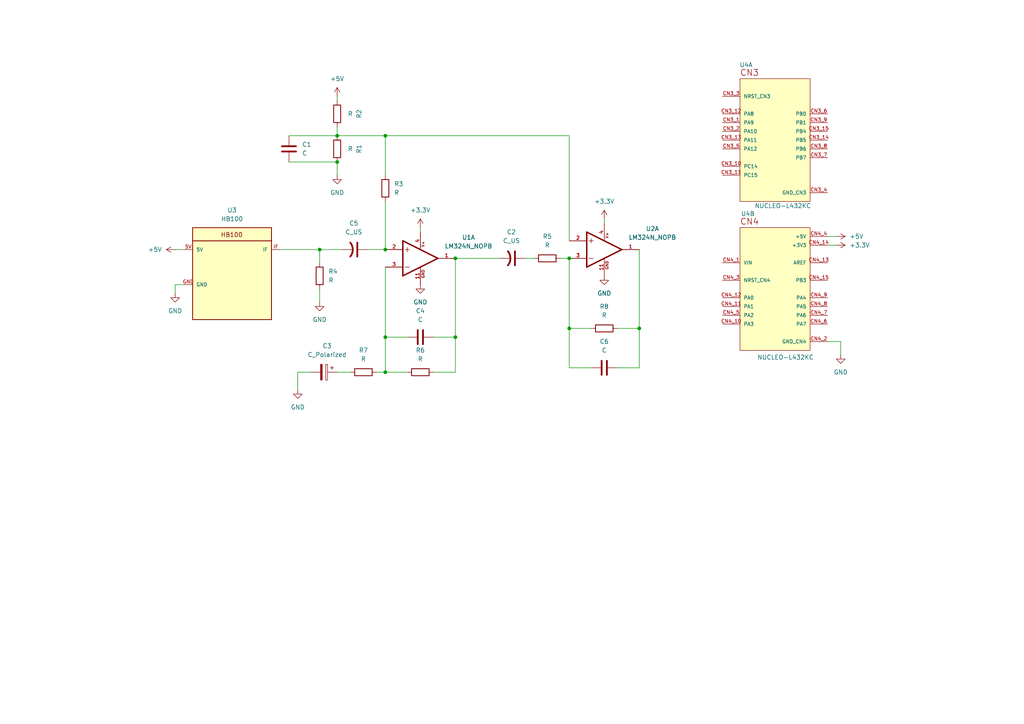
<source format=kicad_sch>
(kicad_sch (version 20250114) (generator "eeschema") (generator_version "9.0")
  (paper "A4")
  (title_block (title "Radar") (date "27.10.2025") (company "Mateusz Witczak"))
  (lib_symbols
    (symbol "Device:C" (pin_numbers (hide yes)) (pin_names (offset 0.254))
      (property "Reference" "C" (at 0.635 2.54 0))
      (property "Value" "C" (at 0.635 -2.54 0))
      (symbol "C_0_1"
        (polyline (pts (xy -2.032 0.762) (xy 2.032 0.762)) (stroke (width 0.508)))
        (polyline (pts (xy -2.032 -0.762) (xy 2.032 -0.762)) (stroke (width 0.508)))
      )
      (symbol "C_1_1"
        (pin passive line (at 0 3.81 270) (length 2.794) (name "~") (number "1"))
        (pin passive line (at 0 -3.81 90) (length 2.794) (name "~") (number "2"))
      )
    )
    (symbol "Device:C_Polarized" (pin_numbers (hide yes)) (pin_names (offset 0.254))
      (property "Reference" "C" (at 0.635 2.54 0))
      (property "Value" "C_Polarized" (at 0.635 -2.54 0))
      (symbol "C_Polarized_0_1"
        (rectangle (start -2.286 0.508) (end 2.286 1.016))
        (polyline (pts (xy -1.778 2.286) (xy -0.762 2.286)))
        (polyline (pts (xy -1.27 2.794) (xy -1.27 1.778)))
        (rectangle (start 2.286 -0.508) (end -2.286 -1.016) (fill (type outline)))
      )
      (symbol "C_Polarized_1_1"
        (pin passive line (at 0 3.81 270) (length 2.794) (name "~") (number "1"))
        (pin passive line (at 0 -3.81 90) (length 2.794) (name "~") (number "2"))
      )
    )
    (symbol "Device:C_US" (pin_numbers (hide yes)) (pin_names (offset 0.254) (hide yes))
      (property "Reference" "C" (at 0.635 2.54 0))
      (property "Value" "C_US" (at 0.635 -2.54 0))
      (symbol "C_US_0_1"
        (polyline (pts (xy -2.032 0.762) (xy 2.032 0.762)) (stroke (width 0.508)))
        (arc (start -2.032 -1.27) (mid 0 -0.5572) (end 2.032 -1.27) (stroke (width 0.508)))
      )
      (symbol "C_US_1_1"
        (pin passive line (at 0 3.81 270) (length 2.794) (name "~") (number "1"))
        (pin passive line (at 0 -3.81 90) (length 3.302) (name "~") (number "2"))
      )
    )
    (symbol "Device:R" (pin_numbers (hide yes)) (pin_names (offset 0))
      (property "Reference" "R" (at 2.032 0 90))
      (property "Value" "R" (at 0 0 90))
      (symbol "R_0_1"
        (rectangle (start -1.016 -2.54) (end 1.016 2.54) (stroke (width 0.254)))
      )
      (symbol "R_1_1"
        (pin passive line (at 0 3.81 270) (length 1.27) (name "~") (number "1"))
        (pin passive line (at 0 -3.81 90) (length 1.27) (name "~") (number "2"))
      )
    )
    (symbol "HB100:HB100" (pin_names (offset 1.016))
      (property "Reference" "U3" (at 1.27 19.05 0))
      (property "Value" "HB100" (at 1.27 16.51 0))
      (symbol "HB100_0_0"
        (polyline (pts (xy -10.16 10.16) (xy 12.7 10.16)) (stroke (width 0.254)))
        (rectangle (start -10.16 -12.7) (end 12.7 13.97) (stroke (width 0.254)) (fill (type background)))
      )
      (symbol "HB100_1_0"
        (pin bidirectional line (at -12.7 7.62 0) (length 2.54) (name "5V") (number "5V"))
        (pin bidirectional line (at -12.7 -2.54 0) (length 2.54) (name "GND") (number "GND"))
        (pin bidirectional line (at 15.24 7.62 180) (length 2.54) (name "IF") (number "IF"))
      )
      (symbol "HB100_1_1"
        (text "HB100" (at -2.032 11.176 0) (effects (font (size 1.27 1.27)) (justify left bottom)))
      )
    )
    (symbol "LM324:LM324N_NOPB" (pin_names (offset 1.016))
      (property "Reference" "U1" (at 13.97 6.0708 0))
      (property "Value" "LM324N_NOPB" (at 13.97 3.5308 0))
      (symbol "LM324N_NOPB_1_0"
        (polyline (pts (xy -5.08 5.08) (xy -5.08 -5.08)) (stroke (width 0.4064)))
        (polyline (pts (xy -5.08 -5.08) (xy 5.08 0)) (stroke (width 0.4064)))
        (polyline (pts (xy -4.445 2.54) (xy -3.175 2.54)) (stroke (width 0.1524)))
        (polyline (pts (xy -4.445 -2.54) (xy -3.175 -2.54)) (stroke (width 0.1524)))
        (polyline (pts (xy -3.81 3.175) (xy -3.81 1.905)) (stroke (width 0.1524)))
        (polyline (pts (xy 5.08 0) (xy -5.08 5.08)) (stroke (width 0.4064)))
        (text "V+" (at 1.27 3.175 900) (effects (font (size 0.8128 0.8128)) (justify left bottom)))
        (text "GND" (at 1.27 -3.175 900) (effects (font (size 0.8128 0.8128)) (justify right bottom)))
        (pin input line (at -10.16 2.54 0) (length 5.08) (name "~") (number "2"))
        (pin input line (at -10.16 -2.54 0) (length 5.08) (name "~") (number "3"))
        (pin power_in line (at 0 7.62 270) (length 5.08) (name "~") (number "4"))
        (pin power_in line (at 0 -7.62 90) (length 5.08) (name "~") (number "11"))
        (pin output line (at 10.16 0 180) (length 5.08) (name "~") (number "1"))
      )
      (symbol "LM324N_NOPB_2_0"
        (polyline (pts (xy -5.08 5.08) (xy -5.08 -5.08)) (stroke (width 0.4064)))
        (polyline (pts (xy -5.08 -5.08) (xy 5.08 0)) (stroke (width 0.4064)))
        (polyline (pts (xy -4.445 2.54) (xy -3.175 2.54)) (stroke (width 0.1524)))
        (polyline (pts (xy -4.445 -2.54) (xy -3.175 -2.54)) (stroke (width 0.1524)))
        (polyline (pts (xy -3.81 -1.905) (xy -3.81 -3.175)) (stroke (width 0.1524)))
        (polyline (pts (xy 5.08 0) (xy -5.08 5.08)) (stroke (width 0.4064)))
        (pin input line (at -10.16 2.54 0) (length 5.08) (name "~") (number "6"))
        (pin input line (at -10.16 -2.54 0) (length 5.08) (name "~") (number "5"))
        (pin output line (at 10.16 0 180) (length 5.08) (name "~") (number "7"))
      )
      (symbol "LM324N_NOPB_3_0"
        (polyline (pts (xy -5.08 5.08) (xy -5.08 -5.08)) (stroke (width 0.4064)))
        (polyline (pts (xy -5.08 -5.08) (xy 5.08 0)) (stroke (width 0.4064)))
        (polyline (pts (xy -4.445 2.54) (xy -3.175 2.54)) (stroke (width 0.1524)))
        (polyline (pts (xy -4.445 -2.54) (xy -3.175 -2.54)) (stroke (width 0.1524)))
        (polyline (pts (xy -3.81 -1.905) (xy -3.81 -3.175)) (stroke (width 0.1524)))
        (polyline (pts (xy 5.08 0) (xy -5.08 5.08)) (stroke (width 0.4064)))
        (pin input line (at -10.16 2.54 0) (length 5.08) (name "~") (number "9"))
        (pin input line (at -10.16 -2.54 0) (length 5.08) (name "~") (number "10"))
        (pin output line (at 10.16 0 180) (length 5.08) (name "~") (number "8"))
      )
      (symbol "LM324N_NOPB_4_0"
        (polyline (pts (xy -5.08 5.08) (xy -5.08 -5.08)) (stroke (width 0.4064)))
        (polyline (pts (xy -5.08 -5.08) (xy 5.08 0)) (stroke (width 0.4064)))
        (polyline (pts (xy -4.445 2.54) (xy -3.175 2.54)) (stroke (width 0.1524)))
        (polyline (pts (xy -4.445 -2.54) (xy -3.175 -2.54)) (stroke (width 0.1524)))
        (polyline (pts (xy -3.81 -1.905) (xy -3.81 -3.175)) (stroke (width 0.1524)))
        (polyline (pts (xy 5.08 0) (xy -5.08 5.08)) (stroke (width 0.4064)))
        (pin input line (at -10.16 2.54 0) (length 5.08) (name "~") (number "13"))
        (pin input line (at -10.16 -2.54 0) (length 5.08) (name "~") (number "12"))
        (pin output line (at 10.16 0 180) (length 5.08) (name "~") (number "14"))
      )
    )
    (symbol "NUCLEO-L432KC:NUCLEO-L432KC" (pin_names (offset 1.016))
      (property "Reference" "U" (at -10.16 21.082 0))
      (property "Value" "NUCLEO-L432KC" (at -10.16 -20.32 0))
      (symbol "NUCLEO-L432KC_1_0"
        (rectangle (start -10.16 -17.78) (end 10.16 17.78) (stroke (width 0.1524)) (fill (type background)))
        (text "CN3" (at -10.16 18.542 0) (effects (font (size 1.778 1.778)) (justify left bottom)))
        (pin bidirectional line (at -15.24 12.7 0) (length 5.08) (name "NRST_CN3") (number "CN3_3"))
        (pin bidirectional line (at -15.24 7.62 0) (length 5.08) (name "PA8") (number "CN3_12"))
        (pin bidirectional line (at -15.24 5.08 0) (length 5.08) (name "PA9") (number "CN3_1"))
        (pin bidirectional line (at -15.24 2.54 0) (length 5.08) (name "PA10") (number "CN3_2"))
        (pin bidirectional line (at -15.24 0 0) (length 5.08) (name "PA11") (number "CN3_13"))
        (pin bidirectional line (at -15.24 -2.54 0) (length 5.08) (name "PA12") (number "CN3_5"))
        (pin bidirectional line (at -15.24 -7.62 0) (length 5.08) (name "PC14") (number "CN3_10"))
        (pin bidirectional line (at -15.24 -10.16 0) (length 5.08) (name "PC15") (number "CN3_11"))
        (pin bidirectional line (at 15.24 7.62 180) (length 5.08) (name "PB0") (number "CN3_6"))
        (pin bidirectional line (at 15.24 5.08 180) (length 5.08) (name "PB1") (number "CN3_9"))
        (pin bidirectional line (at 15.24 2.54 180) (length 5.08) (name "PB4") (number "CN3_15"))
        (pin bidirectional line (at 15.24 0 180) (length 5.08) (name "PB5") (number "CN3_14"))
        (pin bidirectional line (at 15.24 -2.54 180) (length 5.08) (name "PB6") (number "CN3_8"))
        (pin bidirectional line (at 15.24 -5.08 180) (length 5.08) (name "PB7") (number "CN3_7"))
        (pin power_in line (at 15.24 -15.24 180) (length 5.08) (name "GND_CN3") (number "CN3_4"))
      )
      (symbol "NUCLEO-L432KC_2_0"
        (rectangle (start -10.16 -17.78) (end 10.16 17.78) (stroke (width 0.1524)) (fill (type background)))
        (text "CN4" (at -10.16 18.542 0) (effects (font (size 1.778 1.778)) (justify left bottom)))
        (pin input line (at -15.24 7.62 0) (length 5.08) (name "VIN") (number "CN4_1"))
        (pin bidirectional line (at -15.24 2.54 0) (length 5.08) (name "NRST_CN4") (number "CN4_3"))
        (pin bidirectional line (at -15.24 -2.54 0) (length 5.08) (name "PA0") (number "CN4_12"))
        (pin bidirectional line (at -15.24 -5.08 0) (length 5.08) (name "PA1") (number "CN4_11"))
        (pin bidirectional line (at -15.24 -7.62 0) (length 5.08) (name "PA2") (number "CN4_5"))
        (pin bidirectional line (at -15.24 -10.16 0) (length 5.08) (name "PA3") (number "CN4_10"))
        (pin power_in line (at 15.24 15.24 180) (length 5.08) (name "+5V") (number "CN4_4"))
        (pin power_in line (at 15.24 12.7 180) (length 5.08) (name "+3V3") (number "CN4_14"))
        (pin bidirectional line (at 15.24 7.62 180) (length 5.08) (name "AREF") (number "CN4_13"))
        (pin bidirectional line (at 15.24 2.54 180) (length 5.08) (name "PB3") (number "CN4_15"))
        (pin bidirectional line (at 15.24 -2.54 180) (length 5.08) (name "PA4") (number "CN4_9"))
        (pin bidirectional line (at 15.24 -5.08 180) (length 5.08) (name "PA5") (number "CN4_8"))
        (pin bidirectional line (at 15.24 -7.62 180) (length 5.08) (name "PA6") (number "CN4_7"))
        (pin bidirectional line (at 15.24 -10.16 180) (length 5.08) (name "PA7") (number "CN4_6"))
        (pin power_in line (at 15.24 -15.24 180) (length 5.08) (name "GND_CN4") (number "CN4_2"))
      )
    )
    (symbol "power:+3.3V" (power) (pin_numbers (hide yes)) (pin_names (offset 0) (hide yes))
      (property "Value" "+3.3V" (at 0 3.556 0))
      (symbol "+3.3V_0_1"
        (polyline (pts (xy -0.762 1.27) (xy 0 2.54)))
        (polyline (pts (xy 0 2.54) (xy 0.762 1.27)))
        (polyline (pts (xy 0 0) (xy 0 2.54)))
      )
      (symbol "+3.3V_1_1"
        (pin power_in line (at 0 0 90) (length 0) (name "~") (number "1"))
      )
    )
    (symbol "power:+5V" (power) (pin_numbers (hide yes)) (pin_names (offset 0) (hide yes))
      (property "Value" "+5V" (at 0 3.556 0))
      (symbol "+5V_0_1"
        (polyline (pts (xy -0.762 1.27) (xy 0 2.54)))
        (polyline (pts (xy 0 2.54) (xy 0.762 1.27)))
        (polyline (pts (xy 0 0) (xy 0 2.54)))
      )
      (symbol "+5V_1_1"
        (pin power_in line (at 0 0 90) (length 0) (name "~") (number "1"))
      )
    )
    (symbol "power:GND" (power) (pin_numbers (hide yes)) (pin_names (offset 0) (hide yes))
      (property "Value" "GND" (at 0 -3.81 0))
      (symbol "GND_0_1"
        (polyline (pts (xy 0 0) (xy 0 -1.27) (xy 1.27 -1.27) (xy 0 -2.54) (xy -1.27 -1.27) (xy 0 -1.27)))
      )
      (symbol "GND_1_1"
        (pin power_in line (at 0 0 270) (length 0) (name "~") (number "1"))
      )
    )
  )
  (junction (at 111.76 97.79))
  (junction (at 111.76 107.95))
  (junction (at 165.1 95.25))
  (junction (at 111.76 39.37))
  (junction (at 132.08 74.93))
  (junction (at 165.1 74.93))
  (junction (at 132.08 97.79))
  (junction (at 97.79 39.37))
  (junction (at 185.42 95.25))
  (junction (at 97.79 46.99))
  (junction (at 111.76 72.39))
  (junction (at 92.71 72.39))
  (wire (pts (xy 50.8 82.55) (xy 53.34 82.55)))
  (wire (pts (xy 92.71 72.39) (xy 99.06 72.39)))
  (wire (pts (xy 83.82 39.37) (xy 97.79 39.37)))
  (wire (pts (xy 97.79 36.83) (xy 97.79 39.37)))
  (wire (pts (xy 165.1 106.68) (xy 165.1 95.25)))
  (wire (pts (xy 240.03 68.58) (xy 242.57 68.58)))
  (wire (pts (xy 92.71 76.2) (xy 92.71 72.39)))
  (wire (pts (xy 171.45 95.25) (xy 165.1 95.25)))
  (wire (pts (xy 175.26 63.5) (xy 175.26 64.77)))
  (wire (pts (xy 97.79 46.99) (xy 97.79 50.8)))
  (wire (pts (xy 92.71 83.82) (xy 92.71 87.63)))
  (wire (pts (xy 243.84 99.06) (xy 243.84 102.87)))
  (wire (pts (xy 97.79 39.37) (xy 111.76 39.37)))
  (wire (pts (xy 240.03 71.12) (xy 242.57 71.12)))
  (wire (pts (xy 86.36 113.03) (xy 86.36 107.95)))
  (wire (pts (xy 132.08 97.79) (xy 132.08 74.93)))
  (wire (pts (xy 185.42 95.25) (xy 185.42 72.39)))
  (wire (pts (xy 50.8 85.09) (xy 50.8 82.55)))
  (wire (pts (xy 81.28 72.39) (xy 92.71 72.39)))
  (wire (pts (xy 111.76 58.42) (xy 111.76 72.39)))
  (wire (pts (xy 86.36 107.95) (xy 90.17 107.95)))
  (wire (pts (xy 83.82 46.99) (xy 97.79 46.99)))
  (wire (pts (xy 171.45 106.68) (xy 165.1 106.68)))
  (wire (pts (xy 240.03 99.06) (xy 243.84 99.06)))
  (wire (pts (xy 97.79 107.95) (xy 101.6 107.95)))
  (wire (pts (xy 179.07 106.68) (xy 185.42 106.68)))
  (wire (pts (xy 97.79 27.94) (xy 97.79 29.21)))
  (wire (pts (xy 162.56 74.93) (xy 165.1 74.93)))
  (wire (pts (xy 179.07 95.25) (xy 185.42 95.25)))
  (wire (pts (xy 111.76 77.47) (xy 111.76 97.79)))
  (wire (pts (xy 121.92 66.04) (xy 121.92 67.31)))
  (wire (pts (xy 118.11 97.79) (xy 111.76 97.79)))
  (wire (pts (xy 152.4 74.93) (xy 154.94 74.93)))
  (wire (pts (xy 165.1 39.37) (xy 111.76 39.37)))
  (wire (pts (xy 106.68 72.39) (xy 111.76 72.39)))
  (wire (pts (xy 118.11 107.95) (xy 111.76 107.95)))
  (wire (pts (xy 132.08 107.95) (xy 132.08 97.79)))
  (wire (pts (xy 165.1 69.85) (xy 165.1 39.37)))
  (wire (pts (xy 125.73 107.95) (xy 132.08 107.95)))
  (wire (pts (xy 132.08 74.93) (xy 144.78 74.93)))
  (wire (pts (xy 111.76 39.37) (xy 111.76 50.8)))
  (wire (pts (xy 185.42 106.68) (xy 185.42 95.25)))
  (wire (pts (xy 165.1 74.93) (xy 165.1 95.25)))
  (wire (pts (xy 50.8 72.39) (xy 53.34 72.39)))
  (wire (pts (xy 111.76 107.95) (xy 111.76 97.79)))
  (wire (pts (xy 125.73 97.79) (xy 132.08 97.79)))
  (wire (pts (xy 109.22 107.95) (xy 111.76 107.95)))
  (symbol (lib_id "Device:C_US") (at 102.87 72.39 270) (unit 1)
    (property "Reference" "C5" (at 102.616 64.77 90))
    (property "Value" "C_US" (at 102.616 67.31 90))
    (property "Description" "capacitor, US symbol" (effects (hide yes)))
  )
  (symbol (lib_id "Device:R") (at 121.92 107.95 90) (unit 1)
    (property "Reference" "R6" (at 121.92 101.6 90))
    (property "Value" "R" (at 121.92 104.14 90))
    (property "Description" "Resistor" (effects (hide yes)))
  )
  (symbol (lib_id "LM324:LM324N_NOPB") (at 175.26 72.39 0) (unit 1)
    (property "Reference" "U2" (at 189.23 66.3192 0))
    (property "Value" "LM324N_NOPB" (at 189.23 68.8592 0))
    (property "Footprint" "LM324N_NOPB:DIP825W47P254L1917H533Q14" (effects (hide yes)))
    (property "PARTREV" "D" (effects (hide yes)))
    (property "STANDARD" "IPC-7351B" (effects (hide yes)))
    (property "MAXIMUM_PACKAGE_HEIGHT" "5.08mm" (effects (hide yes)))
    (property "MANUFACTURER" "Texas Instruments" (effects (hide yes)))
  )
  (symbol (lib_id "Device:R") (at 105.41 107.95 90) (unit 1)
    (property "Reference" "R7" (at 105.41 101.6 90))
    (property "Value" "R" (at 105.41 104.14 90))
    (property "Description" "Resistor" (effects (hide yes)))
  )
  (symbol (lib_id "Device:R") (at 97.79 33.02 0) (unit 1)
    (property "Reference" "R2" (at 104.14 33.02 90))
    (property "Value" "R" (at 101.6 33.02 0))
    (property "Description" "Resistor" (effects (hide yes)))
  )
  (symbol (lib_id "power:GND") (at 97.79 50.8 0) (unit 1)
    (property "Reference" "#PWR01" (effects (hide yes)))
    (property "Value" "GND" (at 97.79 55.88 0))
    (property "Description" "Power symbol creates a global label with name \"GND\" , ground" (effects (hide yes)))
  )
  (symbol (lib_id "Device:C") (at 121.92 97.79 90) (unit 1)
    (property "Reference" "C4" (at 121.92 90.17 90))
    (property "Value" "C" (at 121.92 92.71 90))
    (property "Description" "Unpolarized capacitor" (effects (hide yes)))
  )
  (symbol (lib_id "power:+5V") (at 242.57 68.58 270) (unit 1)
    (property "Reference" "#PWR011" (effects (hide yes)))
    (property "Value" "+5V" (at 246.38 68.5799 90) (effects (justify left)))
    (property "Description" "Power symbol creates a global label with name \"+5V\"" (effects (hide yes)))
  )
  (symbol (lib_id "power:+3.3V") (at 121.92 66.04 0) (unit 1)
    (property "Reference" "#PWR09" (effects (hide yes)))
    (property "Value" "+3.3V" (at 121.92 60.96 0))
    (property "Description" "Power symbol creates a global label with name \"+3.3V\"" (effects (hide yes)))
  )
  (symbol (lib_id "power:GND") (at 86.36 113.03 0) (unit 1)
    (property "Reference" "#PWR04" (effects (hide yes)))
    (property "Value" "GND" (at 86.36 118.11 0))
    (property "Description" "Power symbol creates a global label with name \"GND\" , ground" (effects (hide yes)))
  )
  (symbol (lib_id "Device:C_Polarized") (at 93.98 107.95 270) (unit 1)
    (property "Reference" "C3" (at 94.869 100.33 90))
    (property "Value" "C_Polarized" (at 94.869 102.87 90))
    (property "Description" "Polarized capacitor" (effects (hide yes)))
  )
  (symbol (lib_id "power:GND") (at 50.8 85.09 0) (unit 1)
    (property "Reference" "#PWR07" (effects (hide yes)))
    (property "Value" "GND" (at 50.8 90.17 0))
    (property "Description" "Power symbol creates a global label with name \"GND\" , ground" (effects (hide yes)))
  )
  (symbol (lib_id "HB100:HB100") (at 66.04 80.01 0) (unit 1)
    (property "Reference" "U3" (at 67.31 60.96 0))
    (property "Value" "HB100" (at 67.31 63.5 0))
    (property "Footprint" "HB100:HB100" (effects (hide yes)))
    (property "MF" "Agilsense" (effects (hide yes)))
    (property "Description_1" "DC DC CONVERTER 12V 100W" (effects (hide yes)))
    (property "Package" "Package" (effects (hide yes)))
    (property "Price" "None" (effects (hide yes)))
    (property "SnapEDA_Link" "https://www.snapeda.com/parts/HB100/Agilsense/view-part/?ref=snap" (effects (hide yes)))
    (property "MP" "HB100" (effects (hide yes)))
    (property "Availability" "Not in stock" (effects (hide yes)))
    (property "Check_prices" "https://www.snapeda.com/parts/HB100/Agilsense/view-part/?ref=eda" (effects (hide yes)))
  )
  (symbol (lib_id "Device:R") (at 158.75 74.93 90) (unit 1)
    (property "Reference" "R5" (at 158.75 68.58 90))
    (property "Value" "R" (at 158.75 71.12 90))
    (property "Description" "Resistor" (effects (hide yes)))
  )
  (symbol (lib_id "Device:R") (at 175.26 95.25 90) (unit 1)
    (property "Reference" "R8" (at 175.26 88.9 90))
    (property "Value" "R" (at 175.26 91.44 90))
    (property "Description" "Resistor" (effects (hide yes)))
  )
  (symbol (lib_id "Device:R") (at 97.79 43.18 0) (unit 1)
    (property "Reference" "R1" (at 104.14 43.18 90))
    (property "Value" "R" (at 101.6 43.18 0))
    (property "Description" "Resistor" (effects (hide yes)))
  )
  (symbol (lib_id "Device:R") (at 92.71 80.01 0) (unit 1)
    (property "Reference" "R4" (at 95.25 78.7399 0) (effects (justify left)))
    (property "Value" "R" (at 95.25 81.2799 0) (effects (justify left)))
    (property "Description" "Resistor" (effects (hide yes)))
  )
  (symbol (lib_id "Device:C_US") (at 148.59 74.93 270) (unit 1)
    (property "Reference" "C2" (at 148.336 67.31 90))
    (property "Value" "C_US" (at 148.336 69.85 90))
    (property "Description" "capacitor, US symbol" (effects (hide yes)))
  )
  (symbol (lib_id "power:+5V") (at 50.8 72.39 90) (unit 1)
    (property "Reference" "#PWR013" (effects (hide yes)))
    (property "Value" "+5V" (at 46.99 72.3899 90) (effects (justify left)))
    (property "Description" "Power symbol creates a global label with name \"+5V\"" (effects (hide yes)))
  )
  (symbol (lib_id "LM324:LM324N_NOPB") (at 121.92 74.93 0) (unit 1)
    (property "Reference" "U1" (at 135.89 68.8592 0))
    (property "Value" "LM324N_NOPB" (at 135.89 71.3992 0))
    (property "Footprint" "LM324N_NOPB:DIP825W47P254L1917H533Q14" (effects (hide yes)))
    (property "PARTREV" "D" (effects (hide yes)))
    (property "STANDARD" "IPC-7351B" (effects (hide yes)))
    (property "MAXIMUM_PACKAGE_HEIGHT" "5.08mm" (effects (hide yes)))
    (property "MANUFACTURER" "Texas Instruments" (effects (hide yes)))
  )
  (symbol (lib_id "Device:C") (at 175.26 106.68 90) (unit 1)
    (property "Reference" "C6" (at 175.26 99.06 90))
    (property "Value" "C" (at 175.26 101.6 90))
    (property "Description" "Unpolarized capacitor" (effects (hide yes)))
  )
  (symbol (lib_id "power:GND") (at 243.84 102.87 0) (unit 1)
    (property "Reference" "#PWR012" (effects (hide yes)))
    (property "Value" "GND" (at 243.84 107.95 0))
    (property "Description" "Power symbol creates a global label with name \"GND\" , ground" (effects (hide yes)))
  )
  (symbol (lib_id "power:GND") (at 175.26 80.01 0) (unit 1)
    (property "Reference" "#PWR05" (effects (hide yes)))
    (property "Value" "GND" (at 175.26 85.09 0))
    (property "Description" "Power symbol creates a global label with name \"GND\" , ground" (effects (hide yes)))
  )
  (symbol (lib_id "power:+5V") (at 97.79 27.94 0) (unit 1)
    (property "Reference" "#PWR08" (effects (hide yes)))
    (property "Value" "+5V" (at 97.79 22.86 0))
    (property "Description" "Power symbol creates a global label with name \"+5V\"" (effects (hide yes)))
  )
  (symbol (lib_id "power:GND") (at 92.71 87.63 0) (unit 1)
    (property "Reference" "#PWR02" (effects (hide yes)))
    (property "Value" "GND" (at 92.71 92.71 0))
    (property "Description" "Power symbol creates a global label with name \"GND\" , ground" (effects (hide yes)))
  )
  (symbol (lib_id "Device:R") (at 111.76 54.61 0) (unit 1)
    (property "Reference" "R3" (at 114.3 53.3399 0) (effects (justify left)))
    (property "Value" "R" (at 114.3 55.8799 0) (effects (justify left)))
    (property "Description" "Resistor" (effects (hide yes)))
  )
  (symbol (lib_id "power:+3.3V") (at 175.26 63.5 0) (unit 1)
    (property "Reference" "#PWR010" (effects (hide yes)))
    (property "Value" "+3.3V" (at 175.26 58.42 0))
    (property "Description" "Power symbol creates a global label with name \"+3.3V\"" (effects (hide yes)))
  )
  (symbol (lib_id "Device:C") (at 83.82 43.18 0) (unit 1)
    (property "Reference" "C1" (at 87.63 41.9099 0) (effects (justify left)))
    (property "Value" "C" (at 87.63 44.4499 0) (effects (justify left)))
    (property "Description" "Unpolarized capacitor" (effects (hide yes)))
  )
  (symbol (lib_id "NUCLEO-L432KC:NUCLEO-L432KC") (at 224.79 83.82 0) (unit 2)
    (property "Reference" "U4" (at 216.916 61.976 0))
    (property "Value" "NUCLEO-L432KC" (at 227.838 103.632 0))
    (property "Footprint" "NUCLEO-L432KC:MODULE_NUCLEO-L432KC" (effects (hide yes)))
    (property "PARTREV" "N/A" (effects (hide yes)))
    (property "STANDARD" "Manufacturer Recommendations" (effects (hide yes)))
    (property "MAXIMUM_PACKAGE_HEIGHT" "N/A" (effects (hide yes)))
    (property "MANUFACTURER" "ST Microelectronics" (effects (hide yes)))
  )
  (symbol (lib_id "power:+3.3V") (at 242.57 71.12 270) (unit 1)
    (property "Reference" "#PWR06" (effects (hide yes)))
    (property "Value" "+3.3V" (at 246.38 71.1199 90) (effects (justify left)))
    (property "Description" "Power symbol creates a global label with name \"+3.3V\"" (effects (hide yes)))
  )
  (symbol (lib_id "NUCLEO-L432KC:NUCLEO-L432KC") (at 224.79 40.64 0) (unit 1)
    (property "Reference" "U4" (at 216.408 18.796 0))
    (property "Value" "NUCLEO-L432KC" (at 227.076 59.69 0))
    (property "Footprint" "NUCLEO-L432KC:MODULE_NUCLEO-L432KC" (effects (hide yes)))
    (property "PARTREV" "N/A" (effects (hide yes)))
    (property "STANDARD" "Manufacturer Recommendations" (effects (hide yes)))
    (property "MAXIMUM_PACKAGE_HEIGHT" "N/A" (effects (hide yes)))
    (property "MANUFACTURER" "ST Microelectronics" (effects (hide yes)))
  )
  (symbol (lib_id "power:GND") (at 121.92 82.55 0) (unit 1)
    (property "Reference" "#PWR03" (effects (hide yes)))
    (property "Value" "GND" (at 121.92 87.63 0))
    (property "Description" "Power symbol creates a global label with name \"GND\" , ground" (effects (hide yes)))
  )
)
</source>
